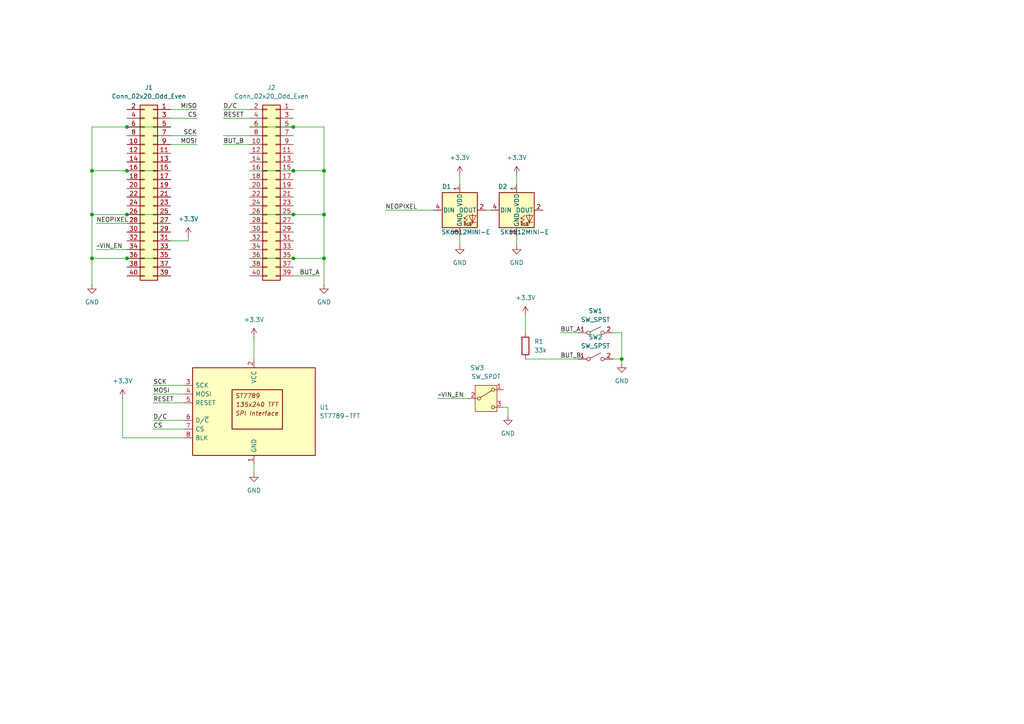
<source format=kicad_sch>
(kicad_sch (version 20231120) (generator "eeschema") (generator_version "8.0")
  (paper "A4")
  (lib_symbols
    (symbol "Connector_Generic:Conn_02x20_Odd_Even" (pin_names (offset 1.016) hide)
      (property "Reference" "J" (at 1.27 25.4 0))
      (property "Value" "Conn_02x20_Odd_Even" (at 1.27 -27.94 0))
      (symbol "Conn_02x20_Odd_Even_1_1"
        (rectangle (start -1.27 -25.273) (end 0 -25.527) (stroke (width 0.1524)))
        (rectangle (start -1.27 -22.733) (end 0 -22.987) (stroke (width 0.1524)))
        (rectangle (start -1.27 -20.193) (end 0 -20.447) (stroke (width 0.1524)))
        (rectangle (start -1.27 -17.653) (end 0 -17.907) (stroke (width 0.1524)))
        (rectangle (start -1.27 -15.113) (end 0 -15.367) (stroke (width 0.1524)))
        (rectangle (start -1.27 -12.573) (end 0 -12.827) (stroke (width 0.1524)))
        (rectangle (start -1.27 -10.033) (end 0 -10.287) (stroke (width 0.1524)))
        (rectangle (start -1.27 -7.493) (end 0 -7.747) (stroke (width 0.1524)))
        (rectangle (start -1.27 -4.953) (end 0 -5.207) (stroke (width 0.1524)))
        (rectangle (start -1.27 -2.413) (end 0 -2.667) (stroke (width 0.1524)))
        (rectangle (start -1.27 0.127) (end 0 -0.127) (stroke (width 0.1524)))
        (rectangle (start -1.27 2.667) (end 0 2.413) (stroke (width 0.1524)))
        (rectangle (start -1.27 5.207) (end 0 4.953) (stroke (width 0.1524)))
        (rectangle (start -1.27 7.747) (end 0 7.493) (stroke (width 0.1524)))
        (rectangle (start -1.27 10.287) (end 0 10.033) (stroke (width 0.1524)))
        (rectangle (start -1.27 12.827) (end 0 12.573) (stroke (width 0.1524)))
        (rectangle (start -1.27 15.367) (end 0 15.113) (stroke (width 0.1524)))
        (rectangle (start -1.27 17.907) (end 0 17.653) (stroke (width 0.1524)))
        (rectangle (start -1.27 20.447) (end 0 20.193) (stroke (width 0.1524)))
        (rectangle (start -1.27 22.987) (end 0 22.733) (stroke (width 0.1524)))
        (rectangle (start -1.27 24.13) (end 3.81 -26.67) (stroke (width 0.254)) (fill (type background)))
        (rectangle (start 3.81 -25.273) (end 2.54 -25.527) (stroke (width 0.1524)))
        (rectangle (start 3.81 -22.733) (end 2.54 -22.987) (stroke (width 0.1524)))
        (rectangle (start 3.81 -20.193) (end 2.54 -20.447) (stroke (width 0.1524)))
        (rectangle (start 3.81 -17.653) (end 2.54 -17.907) (stroke (width 0.1524)))
        (rectangle (start 3.81 -15.113) (end 2.54 -15.367) (stroke (width 0.1524)))
        (rectangle (start 3.81 -12.573) (end 2.54 -12.827) (stroke (width 0.1524)))
        (rectangle (start 3.81 -10.033) (end 2.54 -10.287) (stroke (width 0.1524)))
        (rectangle (start 3.81 -7.493) (end 2.54 -7.747) (stroke (width 0.1524)))
        (rectangle (start 3.81 -4.953) (end 2.54 -5.207) (stroke (width 0.1524)))
        (rectangle (start 3.81 -2.413) (end 2.54 -2.667) (stroke (width 0.1524)))
        (rectangle (start 3.81 0.127) (end 2.54 -0.127) (stroke (width 0.1524)))
        (rectangle (start 3.81 2.667) (end 2.54 2.413) (stroke (width 0.1524)))
        (rectangle (start 3.81 5.207) (end 2.54 4.953) (stroke (width 0.1524)))
        (rectangle (start 3.81 7.747) (end 2.54 7.493) (stroke (width 0.1524)))
        (rectangle (start 3.81 10.287) (end 2.54 10.033) (stroke (width 0.1524)))
        (rectangle (start 3.81 12.827) (end 2.54 12.573) (stroke (width 0.1524)))
        (rectangle (start 3.81 15.367) (end 2.54 15.113) (stroke (width 0.1524)))
        (rectangle (start 3.81 17.907) (end 2.54 17.653) (stroke (width 0.1524)))
        (rectangle (start 3.81 20.447) (end 2.54 20.193) (stroke (width 0.1524)))
        (rectangle (start 3.81 22.987) (end 2.54 22.733) (stroke (width 0.1524)))
        (pin passive line (at -5.08 22.86 0) (length 3.81) (name "Pin_1") (number "1"))
        (pin passive line (at 7.62 12.7 180) (length 3.81) (name "Pin_10") (number "10"))
        (pin passive line (at -5.08 10.16 0) (length 3.81) (name "Pin_11") (number "11"))
        (pin passive line (at 7.62 10.16 180) (length 3.81) (name "Pin_12") (number "12"))
        (pin passive line (at -5.08 7.62 0) (length 3.81) (name "Pin_13") (number "13"))
        (pin passive line (at 7.62 7.62 180) (length 3.81) (name "Pin_14") (number "14"))
        (pin passive line (at -5.08 5.08 0) (length 3.81) (name "Pin_15") (number "15"))
        (pin passive line (at 7.62 5.08 180) (length 3.81) (name "Pin_16") (number "16"))
        (pin passive line (at -5.08 2.54 0) (length 3.81) (name "Pin_17") (number "17"))
        (pin passive line (at 7.62 2.54 180) (length 3.81) (name "Pin_18") (number "18"))
        (pin passive line (at -5.08 0 0) (length 3.81) (name "Pin_19") (number "19"))
        (pin passive line (at 7.62 22.86 180) (length 3.81) (name "Pin_2") (number "2"))
        (pin passive line (at 7.62 0 180) (length 3.81) (name "Pin_20") (number "20"))
        (pin passive line (at -5.08 -2.54 0) (length 3.81) (name "Pin_21") (number "21"))
        (pin passive line (at 7.62 -2.54 180) (length 3.81) (name "Pin_22") (number "22"))
        (pin passive line (at -5.08 -5.08 0) (length 3.81) (name "Pin_23") (number "23"))
        (pin passive line (at 7.62 -5.08 180) (length 3.81) (name "Pin_24") (number "24"))
        (pin passive line (at -5.08 -7.62 0) (length 3.81) (name "Pin_25") (number "25"))
        (pin passive line (at 7.62 -7.62 180) (length 3.81) (name "Pin_26") (number "26"))
        (pin passive line (at -5.08 -10.16 0) (length 3.81) (name "Pin_27") (number "27"))
        (pin passive line (at 7.62 -10.16 180) (length 3.81) (name "Pin_28") (number "28"))
        (pin passive line (at -5.08 -12.7 0) (length 3.81) (name "Pin_29") (number "29"))
        (pin passive line (at -5.08 20.32 0) (length 3.81) (name "Pin_3") (number "3"))
        (pin passive line (at 7.62 -12.7 180) (length 3.81) (name "Pin_30") (number "30"))
        (pin passive line (at -5.08 -15.24 0) (length 3.81) (name "Pin_31") (number "31"))
        (pin passive line (at 7.62 -15.24 180) (length 3.81) (name "Pin_32") (number "32"))
        (pin passive line (at -5.08 -17.78 0) (length 3.81) (name "Pin_33") (number "33"))
        (pin passive line (at 7.62 -17.78 180) (length 3.81) (name "Pin_34") (number "34"))
        (pin passive line (at -5.08 -20.32 0) (length 3.81) (name "Pin_35") (number "35"))
        (pin passive line (at 7.62 -20.32 180) (length 3.81) (name "Pin_36") (number "36"))
        (pin passive line (at -5.08 -22.86 0) (length 3.81) (name "Pin_37") (number "37"))
        (pin passive line (at 7.62 -22.86 180) (length 3.81) (name "Pin_38") (number "38"))
        (pin passive line (at -5.08 -25.4 0) (length 3.81) (name "Pin_39") (number "39"))
        (pin passive line (at 7.62 20.32 180) (length 3.81) (name "Pin_4") (number "4"))
        (pin passive line (at 7.62 -25.4 180) (length 3.81) (name "Pin_40") (number "40"))
        (pin passive line (at -5.08 17.78 0) (length 3.81) (name "Pin_5") (number "5"))
        (pin passive line (at 7.62 17.78 180) (length 3.81) (name "Pin_6") (number "6"))
        (pin passive line (at -5.08 15.24 0) (length 3.81) (name "Pin_7") (number "7"))
        (pin passive line (at 7.62 15.24 180) (length 3.81) (name "Pin_8") (number "8"))
        (pin passive line (at -5.08 12.7 0) (length 3.81) (name "Pin_9") (number "9"))
      )
    )
    (symbol "Device:R" (pin_numbers hide) (pin_names (offset 0))
      (property "Reference" "R" (at 2.032 0 90))
      (property "Value" "R" (at 0 0 90))
      (symbol "R_0_1"
        (rectangle (start -1.016 -2.54) (end 1.016 2.54) (stroke (width 0.254)))
      )
      (symbol "R_1_1"
        (pin passive line (at 0 3.81 270) (length 1.27) (name "~") (number "1"))
        (pin passive line (at 0 -3.81 90) (length 1.27) (name "~") (number "2"))
      )
    )
    (symbol "Switch:SW_SPDT" (pin_names (offset 0) hide)
      (property "Reference" "SW" (at 0 5.08 0))
      (property "Value" "SW_SPDT" (at 0 -5.08 0))
      (symbol "SW_SPDT_0_1"
        (circle (center -2.032 0) (radius 0.4572))
        (polyline (pts (xy -1.651 0.254) (xy 1.651 2.286)))
        (circle (center 2.032 -2.54) (radius 0.4572))
        (circle (center 2.032 2.54) (radius 0.4572))
      )
      (symbol "SW_SPDT_1_1"
        (rectangle (start -3.175 3.81) (end 3.175 -3.81) (fill (type background)))
        (pin passive line (at 5.08 2.54 180) (length 2.54) (name "A") (number "1"))
        (pin passive line (at -5.08 0 0) (length 2.54) (name "B") (number "2"))
        (pin passive line (at 5.08 -2.54 180) (length 2.54) (name "C") (number "3"))
      )
    )
    (symbol "Switch:SW_SPST" (pin_names (offset 0) hide)
      (property "Reference" "SW" (at 0 3.175 0))
      (property "Value" "SW_SPST" (at 0 -2.54 0))
      (symbol "SW_SPST_0_0"
        (circle (center -2.032 0) (radius 0.508))
        (polyline (pts (xy -1.524 0.254) (xy 1.524 1.778)))
        (circle (center 2.032 0) (radius 0.508))
      )
      (symbol "SW_SPST_1_1"
        (pin passive line (at -5.08 0 0) (length 2.54) (name "A") (number "1"))
        (pin passive line (at 5.08 0 180) (length 2.54) (name "B") (number "2"))
      )
    )
    (symbol "power:+3.3V" (power) (pin_numbers hide) (pin_names (offset 0) hide)
      (property "Value" "+3.3V" (at 0 3.556 0))
      (symbol "+3.3V_0_1"
        (polyline (pts (xy -0.762 1.27) (xy 0 2.54)))
        (polyline (pts (xy 0 0) (xy 0 2.54)))
        (polyline (pts (xy 0 2.54) (xy 0.762 1.27)))
      )
      (symbol "+3.3V_1_1"
        (pin power_in line (at 0 0 90) (length 0) (name "~") (number "1"))
      )
    )
    (symbol "power:GND" (power) (pin_numbers hide) (pin_names (offset 0) hide)
      (property "Value" "GND" (at 0 -3.81 0))
      (symbol "GND_0_1"
        (polyline (pts (xy 0 0) (xy 0 -1.27) (xy 1.27 -1.27) (xy 0 -2.54) (xy -1.27 -1.27) (xy 0 -1.27)))
      )
      (symbol "GND_1_1"
        (pin power_in line (at 0 0 270) (length 0) (name "~") (number "1"))
      )
    )
    (symbol "shurik-personal:SK6812MINI-E" (pin_names (offset 0.254))
      (property "Reference" "D" (at 5.08 5.715 0))
      (property "Value" "SK6812MINI-E" (at 1.27 -5.715 0))
      (symbol "SK6812MINI-E_0_0"
        (text "RGB" (at 2.286 -4.191 0) (effects (font (size 0.762 0.762))))
      )
      (symbol "SK6812MINI-E_0_1"
        (rectangle (start -5.08 5.08) (end 5.08 -5.08) (stroke (width 0.254)) (fill (type background)))
        (polyline (pts (xy 1.27 -3.556) (xy 1.778 -3.556)))
        (polyline (pts (xy 1.27 -2.54) (xy 1.778 -2.54)))
        (polyline (pts (xy 4.699 -3.556) (xy 2.667 -3.556)))
        (polyline (pts (xy 2.286 -2.54) (xy 1.27 -3.556) (xy 1.27 -3.048)))
        (polyline (pts (xy 2.286 -1.524) (xy 1.27 -2.54) (xy 1.27 -2.032)))
        (polyline (pts (xy 3.683 -1.016) (xy 3.683 -3.556) (xy 3.683 -4.064)))
        (polyline (pts (xy 4.699 -1.524) (xy 2.667 -1.524) (xy 3.683 -3.556) (xy 4.699 -1.524)))
      )
      (symbol "SK6812MINI-E_1_1"
        (pin power_in line (at 0 7.62 270) (length 2.54) (name "VDD") (number "1"))
        (pin output line (at 7.62 0 180) (length 2.54) (name "DOUT") (number "2"))
        (pin power_in line (at 0 -7.62 90) (length 2.54) (name "GND") (number "3"))
        (pin input line (at -7.62 0 0) (length 2.54) (name "DIN") (number "4"))
      )
    )
    (symbol "shurik-personal:ST7789-TFT" (pin_names (offset 0.762))
      (property "Reference" "U" (at -17.526 13.97 0))
      (property "Value" "ST7789-TFT " (at 1.905 13.97 0))
      (symbol "ST7789-TFT_0_0"
        (text "135x240 TFT" (at 0.889 2.032 0) (effects (font (size 1.27 1.27) (italic yes))))
        (text "SPI Interface" (at -5.461 -0.508 0) (effects (font (size 1.27 1.27) (italic yes)) (justify left)))
        (text "ST7789" (at -5.461 4.572 0) (effects (font (size 1.27 1.27) (italic yes)) (justify left)))
      )
      (symbol "ST7789-TFT_0_1"
        (rectangle (start -17.78 12.7) (end 17.78 -12.7) (stroke (width 0.254)) (fill (type background)))
        (rectangle (start -6.35 6.35) (end 8.255 -5.08) (stroke (width 0.254)))
      )
      (symbol "ST7789-TFT_1_1"
        (pin power_in line (at 0 -15.24 90) (length 2.54) (name "GND") (number "1"))
        (pin power_in line (at 0 15.24 270) (length 2.54) (name "VCC") (number "2"))
        (pin input line (at -20.32 7.62 0) (length 2.54) (name "SCK") (number "3"))
        (pin input line (at -20.32 5.08 0) (length 2.54) (name "MOSI") (number "4"))
        (pin input line (at -20.32 2.54 0) (length 2.54) (name "RESET") (number "5"))
        (pin input line (at -20.32 -2.54 0) (length 2.54) (name "D/~{C}") (number "6"))
        (pin input line (at -20.32 -5.08 0) (length 2.54) (name "CS") (number "7"))
        (pin output line (at -20.32 -7.62 0) (length 2.54) (name "BLK") (number "8"))
      )
    )
  )
  (junction (at 180.34 104.14))
  (junction (at 85.09 36.83))
  (junction (at 36.83 36.83))
  (junction (at 93.98 62.23))
  (junction (at 26.67 74.93))
  (junction (at 26.67 62.23))
  (junction (at 85.09 62.23))
  (junction (at 36.83 62.23))
  (junction (at 93.98 74.93))
  (junction (at 85.09 49.53))
  (junction (at 93.98 49.53))
  (junction (at 36.83 49.53))
  (junction (at 26.67 49.53))
  (junction (at 36.83 74.93))
  (junction (at 85.09 74.93))
  (wire (pts (xy 44.45 114.3) (xy 53.34 114.3)))
  (wire (pts (xy 44.45 116.84) (xy 53.34 116.84)))
  (wire (pts (xy 36.83 62.23) (xy 49.53 62.23)))
  (wire (pts (xy 36.83 74.93) (xy 49.53 74.93)))
  (wire (pts (xy 149.86 50.8) (xy 149.86 53.34)))
  (wire (pts (xy 72.39 62.23) (xy 85.09 62.23)))
  (wire (pts (xy 36.83 49.53) (xy 49.53 49.53)))
  (wire (pts (xy 152.4 104.14) (xy 167.64 104.14)))
  (wire (pts (xy 177.8 96.52) (xy 180.34 96.52)))
  (wire (pts (xy 26.67 49.53) (xy 36.83 49.53)))
  (wire (pts (xy 72.39 74.93) (xy 85.09 74.93)))
  (wire (pts (xy 36.83 36.83) (xy 49.53 36.83)))
  (wire (pts (xy 64.77 41.91) (xy 72.39 41.91)))
  (wire (pts (xy 73.66 97.79) (xy 73.66 104.14)))
  (wire (pts (xy 49.53 39.37) (xy 57.15 39.37)))
  (wire (pts (xy 49.53 41.91) (xy 57.15 41.91)))
  (wire (pts (xy 54.61 68.58) (xy 54.61 69.85)))
  (wire (pts (xy 85.09 80.01) (xy 92.71 80.01)))
  (wire (pts (xy 127 115.57) (xy 135.89 115.57)))
  (wire (pts (xy 64.77 34.29) (xy 72.39 34.29)))
  (wire (pts (xy 162.56 96.52) (xy 167.64 96.52)))
  (wire (pts (xy 26.67 49.53) (xy 26.67 62.23)))
  (wire (pts (xy 133.35 50.8) (xy 133.35 53.34)))
  (wire (pts (xy 177.8 104.14) (xy 180.34 104.14)))
  (wire (pts (xy 85.09 74.93) (xy 93.98 74.93)))
  (wire (pts (xy 36.83 36.83) (xy 26.67 36.83)))
  (wire (pts (xy 180.34 104.14) (xy 180.34 105.41)))
  (wire (pts (xy 85.09 49.53) (xy 93.98 49.53)))
  (wire (pts (xy 111.76 60.96) (xy 125.73 60.96)))
  (wire (pts (xy 27.94 72.39) (xy 36.83 72.39)))
  (wire (pts (xy 93.98 49.53) (xy 93.98 62.23)))
  (wire (pts (xy 44.45 124.46) (xy 53.34 124.46)))
  (wire (pts (xy 149.86 68.58) (xy 149.86 71.12)))
  (wire (pts (xy 72.39 36.83) (xy 85.09 36.83)))
  (wire (pts (xy 53.34 127) (xy 35.56 127)))
  (wire (pts (xy 35.56 115.57) (xy 35.56 127)))
  (wire (pts (xy 26.67 62.23) (xy 26.67 74.93)))
  (wire (pts (xy 44.45 111.76) (xy 53.34 111.76)))
  (wire (pts (xy 180.34 96.52) (xy 180.34 104.14)))
  (wire (pts (xy 36.83 74.93) (xy 26.67 74.93)))
  (wire (pts (xy 49.53 69.85) (xy 54.61 69.85)))
  (wire (pts (xy 93.98 36.83) (xy 93.98 49.53)))
  (wire (pts (xy 147.32 118.11) (xy 147.32 120.65)))
  (wire (pts (xy 140.97 60.96) (xy 142.24 60.96)))
  (wire (pts (xy 146.05 118.11) (xy 147.32 118.11)))
  (wire (pts (xy 64.77 31.75) (xy 72.39 31.75)))
  (wire (pts (xy 26.67 36.83) (xy 26.67 49.53)))
  (wire (pts (xy 93.98 62.23) (xy 93.98 74.93)))
  (wire (pts (xy 85.09 36.83) (xy 93.98 36.83)))
  (wire (pts (xy 133.35 68.58) (xy 133.35 71.12)))
  (wire (pts (xy 64.77 39.37) (xy 72.39 39.37)))
  (wire (pts (xy 36.83 62.23) (xy 26.67 62.23)))
  (wire (pts (xy 152.4 91.44) (xy 152.4 96.52)))
  (wire (pts (xy 49.53 31.75) (xy 57.15 31.75)))
  (wire (pts (xy 72.39 49.53) (xy 85.09 49.53)))
  (wire (pts (xy 27.94 64.77) (xy 36.83 64.77)))
  (wire (pts (xy 85.09 62.23) (xy 93.98 62.23)))
  (wire (pts (xy 44.45 121.92) (xy 53.34 121.92)))
  (wire (pts (xy 49.53 34.29) (xy 57.15 34.29)))
  (wire (pts (xy 73.66 134.62) (xy 73.66 137.16)))
  (wire (pts (xy 26.67 74.93) (xy 26.67 82.55)))
  (wire (pts (xy 93.98 74.93) (xy 93.98 82.55)))
  (label "BUT_B" (at 162.56 104.14 0))
  (label "MISO" (at 57.15 31.75 180))
  (label "RESET" (at 64.77 34.29 0))
  (label "~VIN_EN" (at 27.94 72.39 0))
  (label "NEOPIXEL" (at 111.76 60.96 0))
  (label "D{slash}C" (at 44.45 121.92 0))
  (label "SCK" (at 44.45 111.76 0))
  (label "MOSI" (at 44.45 114.3 0))
  (label "~VIN_EN" (at 127 115.57 0))
  (label "BUT_A" (at 92.71 80.01 180))
  (label "NEOPIXEL" (at 27.94 64.77 0))
  (label "MOSI" (at 57.15 41.91 180))
  (label "BUT_A" (at 162.56 96.52 0))
  (label "D{slash}C" (at 64.77 31.75 0))
  (label "BUT_B" (at 64.77 41.91 0))
  (label "CS" (at 44.45 124.46 0))
  (label "CS" (at 57.15 34.29 180))
  (label "SCK" (at 57.15 39.37 180))
  (label "RESET" (at 44.45 116.84 0))
  (symbol (lib_id "power:GND") (at 180.34 105.41 0) (unit 1)
    (property "Reference" "#PWR010" (effects (hide yes)))
    (property "Value" "GND" (at 180.34 110.49 0))
    (property "Description" "Power symbol creates a global label with name \"GND\" , ground" (effects (hide yes)))
  )
  (symbol (lib_id "power:+3.3V") (at 54.61 68.58 0) (unit 1)
    (property "Reference" "#PWR03" (effects (hide yes)))
    (property "Value" "+3.3V" (at 54.61 63.5 0))
    (property "Description" "Power symbol creates a global label with name \"+3.3V\"" (effects (hide yes)))
  )
  (symbol (lib_id "Connector_Generic:Conn_02x20_Odd_Even") (at 44.45 54.61 0) (mirror y) (unit 1)
    (property "Reference" "J1" (at 43.18 25.4 0))
    (property "Value" "Conn_02x20_Odd_Even" (at 43.18 27.94 0))
    (property "Footprint" "Connector_PinHeader_2.54mm:PinHeader_2x20_P2.54mm_Vertical_SMD" (effects (hide yes)))
    (property "Description" "Generic connector, double row, 02x20, odd/even pin numbering scheme (row 1 odd numbers, row 2 even numbers), script generated (kicad-library-utils/schlib/autogen/connector/)" (effects (hide yes)))
    (property "LCSC" "C6332245" (effects (hide yes)))
  )
  (symbol (lib_id "Switch:SW_SPST") (at 172.72 104.14 0) (unit 1)
    (property "Reference" "SW2" (at 172.72 97.79 0))
    (property "Value" "SW_SPST" (at 172.72 100.33 0))
    (property "Footprint" "Button_Switch_THT:SW_TH_Tactile_Omron_B3F-10xx" (effects (hide yes)))
    (property "Description" "Single Pole Single Throw (SPST) switch" (effects (hide yes)))
  )
  (symbol (lib_id "power:GND") (at 149.86 71.12 0) (unit 1)
    (property "Reference" "#PWR05" (effects (hide yes)))
    (property "Value" "GND" (at 149.86 76.2 0))
    (property "Description" "Power symbol creates a global label with name \"GND\" , ground" (effects (hide yes)))
  )
  (symbol (lib_id "Connector_Generic:Conn_02x20_Odd_Even") (at 80.01 54.61 0) (mirror y) (unit 1)
    (property "Reference" "J2" (at 78.74 25.4 0))
    (property "Value" "Conn_02x20_Odd_Even" (at 78.74 27.94 0))
    (property "Footprint" "Connector_PinHeader_2.54mm:PinHeader_2x20_P2.54mm_Vertical_SMD" (effects (hide yes)))
    (property "Description" "Generic connector, double row, 02x20, odd/even pin numbering scheme (row 1 odd numbers, row 2 even numbers), script generated (kicad-library-utils/schlib/autogen/connector/)" (effects (hide yes)))
    (property "LCSC" "C6332245" (effects (hide yes)))
  )
  (symbol (lib_id "shurik-personal:SK6812MINI-E") (at 133.35 60.96 0) (unit 1)
    (property "Reference" "D1" (at 129.54 54.102 0))
    (property "Value" "SK6812MINI-E" (at 135.128 67.31 0))
    (property "Footprint" "shurik-personal:SK6812-MINI-E" (effects (hide yes)))
    (property "Datasheet" "https://cdn-shop.adafruit.com/product-files/4960/4960_SK6812MINI-E_REV02_EN.pdf" (effects (hide yes)))
    (property "Description" "RGB LED with integrated controller" (effects (hide yes)))
    (property "LCSC" "C5149201" (effects (hide yes)))
  )
  (symbol (lib_id "power:GND") (at 133.35 71.12 0) (unit 1)
    (property "Reference" "#PWR04" (effects (hide yes)))
    (property "Value" "GND" (at 133.35 76.2 0))
    (property "Description" "Power symbol creates a global label with name \"GND\" , ground" (effects (hide yes)))
  )
  (symbol (lib_id "power:+3.3V") (at 133.35 50.8 0) (unit 1)
    (property "Reference" "#PWR01" (effects (hide yes)))
    (property "Value" "+3.3V" (at 133.35 45.72 0))
    (property "Description" "Power symbol creates a global label with name \"+3.3V\"" (effects (hide yes)))
  )
  (symbol (lib_id "power:+3.3V") (at 73.66 97.79 0) (unit 1)
    (property "Reference" "#PWR09" (effects (hide yes)))
    (property "Value" "+3.3V" (at 73.66 92.71 0))
    (property "Description" "Power symbol creates a global label with name \"+3.3V\"" (effects (hide yes)))
  )
  (symbol (lib_id "power:GND") (at 73.66 137.16 0) (unit 1)
    (property "Reference" "#PWR013" (effects (hide yes)))
    (property "Value" "GND" (at 73.66 142.24 0))
    (property "Description" "Power symbol creates a global label with name \"GND\" , ground" (effects (hide yes)))
  )
  (symbol (lib_id "power:GND") (at 26.67 82.55 0) (unit 1)
    (property "Reference" "#PWR06" (effects (hide yes)))
    (property "Value" "GND" (at 26.67 87.63 0))
    (property "Description" "Power symbol creates a global label with name \"GND\" , ground" (effects (hide yes)))
  )
  (symbol (lib_id "Device:R") (at 152.4 100.33 0) (unit 1)
    (property "Reference" "R1" (at 154.94 99.0599 0) (effects (justify left)))
    (property "Value" "33k" (at 154.94 101.5999 0) (effects (justify left)))
    (property "Footprint" "Resistor_SMD:R_0603_1608Metric" (effects (hide yes)))
    (property "Description" "Resistor" (effects (hide yes)))
  )
  (symbol (lib_id "power:+3.3V") (at 152.4 91.44 0) (unit 1)
    (property "Reference" "#PWR08" (effects (hide yes)))
    (property "Value" "+3.3V" (at 152.4 86.36 0))
    (property "Description" "Power symbol creates a global label with name \"+3.3V\"" (effects (hide yes)))
  )
  (symbol (lib_id "power:GND") (at 147.32 120.65 0) (unit 1)
    (property "Reference" "#PWR012" (effects (hide yes)))
    (property "Value" "GND" (at 147.32 125.73 0))
    (property "Description" "Power symbol creates a global label with name \"GND\" , ground" (effects (hide yes)))
  )
  (symbol (lib_id "shurik-personal:SK6812MINI-E") (at 149.86 60.96 0) (unit 1)
    (property "Reference" "D2" (at 145.796 54.102 0))
    (property "Value" "SK6812MINI-E" (at 152.146 67.31 0))
    (property "Footprint" "shurik-personal:SK6812-MINI-E" (effects (hide yes)))
    (property "Datasheet" "https://cdn-shop.adafruit.com/product-files/4960/4960_SK6812MINI-E_REV02_EN.pdf" (effects (hide yes)))
    (property "Description" "RGB LED with integrated controller" (effects (hide yes)))
    (property "LCSC" "C5149201" (effects (hide yes)))
  )
  (symbol (lib_id "Switch:SW_SPST") (at 172.72 96.52 0) (unit 1)
    (property "Reference" "SW1" (at 172.72 90.17 0))
    (property "Value" "SW_SPST" (at 172.72 92.71 0))
    (property "Footprint" "Button_Switch_THT:SW_TH_Tactile_Omron_B3F-10xx" (effects (hide yes)))
    (property "Description" "Single Pole Single Throw (SPST) switch" (effects (hide yes)))
  )
  (symbol (lib_id "Switch:SW_SPDT") (at 140.97 115.57 0) (unit 1)
    (property "Reference" "SW3" (at 138.43 106.68 0))
    (property "Value" "SW_SPDT" (at 140.97 109.22 0))
    (property "Footprint" "shurik-personal:SW_XKB_SS12D10L3" (effects (hide yes)))
    (property "Description" "Switch, single pole double throw" (effects (hide yes)))
  )
  (symbol (lib_id "shurik-personal:ST7789-TFT") (at 73.66 119.38 0) (unit 1)
    (property "Reference" "U1" (at 92.71 118.1099 0) (effects (justify left)))
    (property "Value" "ST7789-TFT" (at 92.71 120.6499 0) (effects (justify left)))
    (property "Footprint" "shurik-personal:TFT_135x240_1_14in" (effects (hide yes)))
    (property "Datasheet" "https://www.aliexpress.us/item/3256808368955220.html" (effects (hide yes)))
    (property "Description" "ST7789 controller, SPI TFT Display, 8-pin breakout PCB, 5V/3.3V" (effects (hide yes)))
  )
  (symbol (lib_id "power:+3.3V") (at 149.86 50.8 0) (unit 1)
    (property "Reference" "#PWR02" (effects (hide yes)))
    (property "Value" "+3.3V" (at 149.86 45.72 0))
    (property "Description" "Power symbol creates a global label with name \"+3.3V\"" (effects (hide yes)))
  )
  (symbol (lib_id "power:GND") (at 93.98 82.55 0) (unit 1)
    (property "Reference" "#PWR07" (effects (hide yes)))
    (property "Value" "GND" (at 93.98 87.63 0))
    (property "Description" "Power symbol creates a global label with name \"GND\" , ground" (effects (hide yes)))
  )
  (symbol (lib_id "power:+3.3V") (at 35.56 115.57 0) (unit 1)
    (property "Reference" "#PWR011" (effects (hide yes)))
    (property "Value" "+3.3V" (at 35.56 110.49 0))
    (property "Description" "Power symbol creates a global label with name \"+3.3V\"" (effects (hide yes)))
  )
)
</source>
